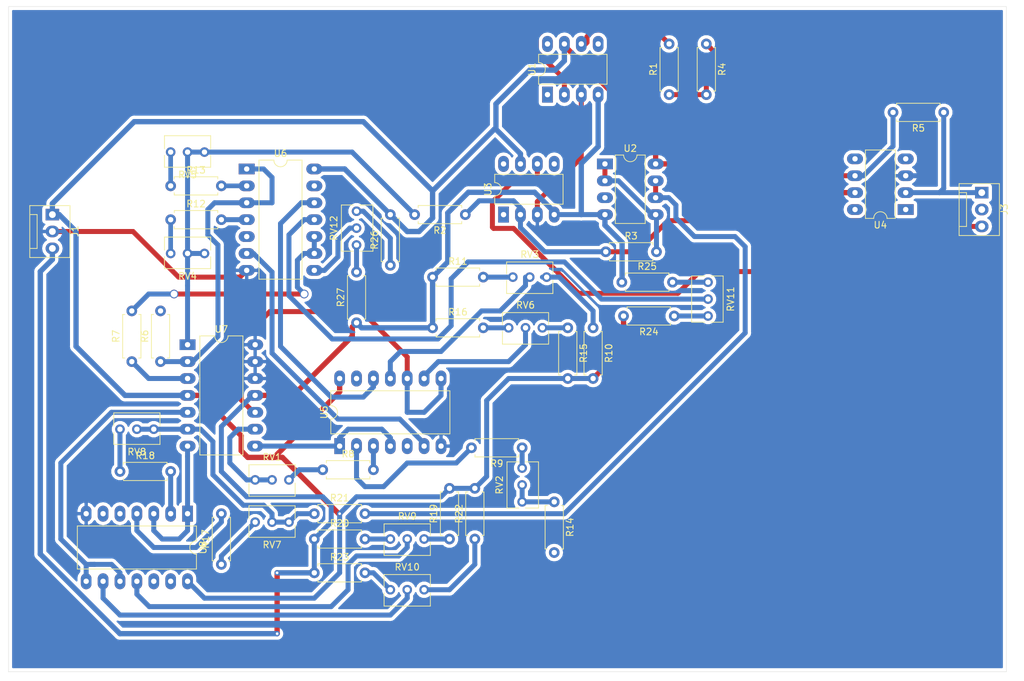
<source format=kicad_pcb>
(kicad_pcb (version 20171130) (host pcbnew "(5.0.2)-1")
  (layers (0 F.Cu signal) (31 B.Cu signal) (34 B.Paste user) (35 F.Paste user) (36 B.SilkS user) (37 F.SilkS user) (38 B.Mask user) (39 F.Mask user) (44 Edge.Cuts user))
  (net 0 "")
  (net 1 +5V)
  (net 2 -5V)
  (net 3 "Net-(J3-Pad3)")
  (net 4 "Net-(J3-Pad2)")
  (net 5 "Net-(J3-Pad1)")
  (net 6 "Net-(R1-Pad1)")
  (net 7 "Net-(R2-Pad1)")
  (net 8 "Net-(R3-Pad2)")
  (net 9 "Net-(R4-Pad1)")
  (net 10 "Net-(R6-Pad1)")
  (net 11 "Net-(R7-Pad1)")
  (net 12 "Net-(R8-Pad1)")
  (net 13 "Net-(R8-Pad2)")
  (net 14 "Net-(R9-Pad2)")
  (net 15 "Net-(R9-Pad1)")
  (net 16 "Net-(R10-Pad1)")
  (net 17 "Net-(R11-Pad2)")
  (net 18 "Net-(R12-Pad1)")
  (net 19 "Net-(R12-Pad2)")
  (net 20 "Net-(R13-Pad2)")
  (net 21 "Net-(R13-Pad1)")
  (net 22 "Net-(R14-Pad1)")
  (net 23 "Net-(R15-Pad1)")
  (net 24 "Net-(R16-Pad2)")
  (net 25 "Net-(R17-Pad2)")
  (net 26 "Net-(R17-Pad1)")
  (net 27 "Net-(R18-Pad1)")
  (net 28 "Net-(R18-Pad2)")
  (net 29 "Net-(R19-Pad1)")
  (net 30 "Net-(R20-Pad2)")
  (net 31 "Net-(R21-Pad1)")
  (net 32 "Net-(R22-Pad1)")
  (net 33 "Net-(R23-Pad2)")
  (net 34 "Net-(RV3-Pad2)")
  (net 35 "Net-(RV6-Pad2)")
  (net 36 "Net-(RV9-Pad2)")
  (net 37 "Net-(RV10-Pad2)")
  (net 38 /salida_dac/VIN)
  (net 39 /salida_dac/I_IN)
  (net 40 /salida_dac/V_IN)
  (net 41 /salida_dac/I_ADC)
  (net 42 /salida_dac/V_ADC)
  (net 43 GND)
  (net 44 "Net-(U5-Pad10)")
  (net 45 "Net-(U7-Pad5)")
  (net 46 "Net-(R7-Pad2)")
  (net 47 "Net-(R24-Pad1)")
  (net 48 "Net-(R25-Pad2)")
  (net 49 "Net-(R26-Pad1)")
  (net 50 "Net-(R27-Pad2)")
  (net 51 "Net-(RV11-Pad2)")
  (net 52 "Net-(RV12-Pad2)")
  (net 53 /salida_dac/OFF_I_2)
  (net 54 /salida_dac/OFF_I_1)
  (module Connector:FanPinHeader_1x03_P2.54mm_Vertical (layer F.Cu) (at 656.59 33.782 270)
    (fp_text reference J1 (at 2.5 -3.4 270) (layer F.SilkS))
    (fp_text value Conn_01x03_Female)
    (pad 1 thru_hole rect (at 0 0) (size 2.03 1.73) (drill 1.02) (layers *.Cu *.Mask) (net 1 +5V))
    (pad 2 thru_hole oval (at 2.54 0) (size 2.03 1.73) (drill 1.02) (layers *.Cu *.Mask) (net 43 GND))
    (pad 3 thru_hole oval (at 5.08 0) (size 2.03 1.73) (drill 1.02) (layers *.Cu *.Mask) (net 2 -5V))
  )
  (module Resistor_THT:R_Axial_DIN0207_L6.3mm_D2.5mm_P7.62mm_Horizontal (layer F.Cu) (at 672.846 55.88 90)
    (fp_text reference R6 (at 3.81 -2.37 90) (layer F.SilkS))
    (fp_text value R)
    (pad 2 thru_hole oval (at 7.62 0 90) (size 1.6 1.6) (drill 0.8) (layers *.Cu *.Mask))
    (pad 1 thru_hole circle (at 0 0 90) (size 1.6 1.6) (drill 0.8) (layers *.Cu *.Mask) (net 10 "Net-(R6-Pad1)"))
  )
  (module Resistor_THT:R_Axial_DIN0207_L6.3mm_D2.5mm_P7.62mm_Horizontal (layer F.Cu) (at 668.528 55.88 90)
    (fp_text reference R7 (at 3.81 -2.37 90) (layer F.SilkS))
    (fp_text value R)
    (pad 2 thru_hole oval (at 7.62 0 90) (size 1.6 1.6) (drill 0.8) (layers *.Cu *.Mask) (net 46 "Net-(R7-Pad2)"))
    (pad 1 thru_hole circle (at 0 0 90) (size 1.6 1.6) (drill 0.8) (layers *.Cu *.Mask) (net 11 "Net-(R7-Pad1)"))
  )
  (module Resistor_THT:R_Axial_DIN0207_L6.3mm_D2.5mm_P7.62mm_Horizontal (layer F.Cu) (at 727.202 68.834 180)
    (fp_text reference R9 (at 3.81 -2.37 180) (layer F.SilkS))
    (fp_text value R)
    (pad 2 thru_hole oval (at 7.62 0 180) (size 1.6 1.6) (drill 0.8) (layers *.Cu *.Mask) (net 14 "Net-(R9-Pad2)"))
    (pad 1 thru_hole circle (at 0 0 180) (size 1.6 1.6) (drill 0.8) (layers *.Cu *.Mask) (net 15 "Net-(R9-Pad1)"))
  )
  (module Resistor_THT:R_Axial_DIN0207_L6.3mm_D2.5mm_P7.62mm_Horizontal (layer F.Cu) (at 737.87 50.8 270)
    (fp_text reference R10 (at 3.81 -2.37 270) (layer F.SilkS))
    (fp_text value R)
    (pad 2 thru_hole oval (at 7.62 0 270) (size 1.6 1.6) (drill 0.8) (layers *.Cu *.Mask) (net 1 +5V))
    (pad 1 thru_hole circle (at 0 0 270) (size 1.6 1.6) (drill 0.8) (layers *.Cu *.Mask) (net 16 "Net-(R10-Pad1)"))
  )
  (module Resistor_THT:R_Axial_DIN0207_L6.3mm_D2.5mm_P7.62mm_Horizontal (layer F.Cu) (at 674.37 29.464)
    (fp_text reference R13 (at 3.81 -2.37) (layer F.SilkS))
    (fp_text value R)
    (pad 2 thru_hole oval (at 7.62 0) (size 1.6 1.6) (drill 0.8) (layers *.Cu *.Mask) (net 20 "Net-(R13-Pad2)"))
    (pad 1 thru_hole circle (at 0 0) (size 1.6 1.6) (drill 0.8) (layers *.Cu *.Mask) (net 21 "Net-(R13-Pad1)"))
  )
  (module Resistor_THT:R_Axial_DIN0207_L6.3mm_D2.5mm_P7.62mm_Horizontal (layer F.Cu) (at 674.37 34.544)
    (fp_text reference R12 (at 3.81 -2.37) (layer F.SilkS))
    (fp_text value R)
    (pad 1 thru_hole circle (at 0 0) (size 1.6 1.6) (drill 0.8) (layers *.Cu *.Mask) (net 18 "Net-(R12-Pad1)"))
    (pad 2 thru_hole oval (at 7.62 0) (size 1.6 1.6) (drill 0.8) (layers *.Cu *.Mask) (net 19 "Net-(R12-Pad2)"))
  )
  (module Resistor_THT:R_Axial_DIN0207_L6.3mm_D2.5mm_P7.62mm_Horizontal (layer F.Cu) (at 732.028 76.962 270)
    (fp_text reference R14 (at 3.81 -2.37 270) (layer F.SilkS))
    (fp_text value R)
    (pad 1 thru_hole circle (at 0 0 270) (size 1.6 1.6) (drill 0.8) (layers *.Cu *.Mask) (net 22 "Net-(R14-Pad1)"))
    (pad 2 thru_hole oval (at 7.62 0 270) (size 1.6 1.6) (drill 0.8) (layers *.Cu *.Mask) (net 39 /salida_dac/I_IN))
  )
  (module Resistor_THT:R_Axial_DIN0207_L6.3mm_D2.5mm_P7.62mm_Horizontal (layer F.Cu) (at 734.06 50.8 270)
    (fp_text reference R15 (at 3.81 -2.37 270) (layer F.SilkS))
    (fp_text value R)
    (pad 2 thru_hole oval (at 7.62 0 270) (size 1.6 1.6) (drill 0.8) (layers *.Cu *.Mask) (net 1 +5V))
    (pad 1 thru_hole circle (at 0 0 270) (size 1.6 1.6) (drill 0.8) (layers *.Cu *.Mask) (net 23 "Net-(R15-Pad1)"))
  )
  (module Resistor_THT:R_Axial_DIN0207_L6.3mm_D2.5mm_P7.62mm_Horizontal (layer F.Cu) (at 713.74 50.8)
    (fp_text reference R16 (at 3.81 -2.37) (layer F.SilkS))
    (fp_text value R)
    (pad 1 thru_hole circle (at 0 0) (size 1.6 1.6) (drill 0.8) (layers *.Cu *.Mask) (net 2 -5V))
    (pad 2 thru_hole oval (at 7.62 0) (size 1.6 1.6) (drill 0.8) (layers *.Cu *.Mask) (net 24 "Net-(R16-Pad2)"))
  )
  (module Resistor_THT:R_Axial_DIN0207_L6.3mm_D2.5mm_P7.62mm_Horizontal (layer F.Cu) (at 681.99 86.36 90)
    (fp_text reference R17 (at 3.81 -2.37 90) (layer F.SilkS))
    (fp_text value R)
    (pad 1 thru_hole circle (at 0 0 90) (size 1.6 1.6) (drill 0.8) (layers *.Cu *.Mask) (net 26 "Net-(R17-Pad1)"))
    (pad 2 thru_hole oval (at 7.62 0 90) (size 1.6 1.6) (drill 0.8) (layers *.Cu *.Mask) (net 25 "Net-(R17-Pad2)"))
  )
  (module Resistor_THT:R_Axial_DIN0207_L6.3mm_D2.5mm_P7.62mm_Horizontal (layer F.Cu) (at 666.75 72.39)
    (fp_text reference R18 (at 3.81 -2.37) (layer F.SilkS))
    (fp_text value R)
    (pad 2 thru_hole oval (at 7.62 0) (size 1.6 1.6) (drill 0.8) (layers *.Cu *.Mask) (net 28 "Net-(R18-Pad2)"))
    (pad 1 thru_hole circle (at 0 0) (size 1.6 1.6) (drill 0.8) (layers *.Cu *.Mask) (net 27 "Net-(R18-Pad1)"))
  )
  (module Resistor_THT:R_Axial_DIN0207_L6.3mm_D2.5mm_P7.62mm_Horizontal (layer F.Cu) (at 716.28 82.55 90)
    (fp_text reference R19 (at 3.81 -2.37 90) (layer F.SilkS))
    (fp_text value R)
    (pad 2 thru_hole oval (at 7.62 0 90) (size 1.6 1.6) (drill 0.8) (layers *.Cu *.Mask) (net 1 +5V))
    (pad 1 thru_hole circle (at 0 0 90) (size 1.6 1.6) (drill 0.8) (layers *.Cu *.Mask) (net 29 "Net-(R19-Pad1)"))
  )
  (module Resistor_THT:R_Axial_DIN0207_L6.3mm_D2.5mm_P7.62mm_Horizontal (layer F.Cu) (at 695.96 78.74)
    (fp_text reference R21 (at 3.81 -2.37) (layer F.SilkS))
    (fp_text value R)
    (pad 1 thru_hole circle (at 0 0) (size 1.6 1.6) (drill 0.8) (layers *.Cu *.Mask) (net 31 "Net-(R21-Pad1)"))
    (pad 2 thru_hole oval (at 7.62 0) (size 1.6 1.6) (drill 0.8) (layers *.Cu *.Mask) (net 40 /salida_dac/V_IN))
  )
  (module Resistor_THT:R_Axial_DIN0207_L6.3mm_D2.5mm_P7.62mm_Horizontal (layer F.Cu) (at 697.23 72.136)
    (fp_text reference R8 (at 3.81 -2.37) (layer F.SilkS))
    (fp_text value R)
    (pad 1 thru_hole circle (at 0 0) (size 1.6 1.6) (drill 0.8) (layers *.Cu *.Mask) (net 12 "Net-(R8-Pad1)"))
    (pad 2 thru_hole oval (at 7.62 0) (size 1.6 1.6) (drill 0.8) (layers *.Cu *.Mask) (net 13 "Net-(R8-Pad2)"))
  )
  (module Resistor_THT:R_Axial_DIN0207_L6.3mm_D2.5mm_P7.62mm_Horizontal (layer F.Cu) (at 720.09 82.55 90)
    (fp_text reference R22 (at 3.81 -2.37 90) (layer F.SilkS))
    (fp_text value R)
    (pad 2 thru_hole oval (at 7.62 0 90) (size 1.6 1.6) (drill 0.8) (layers *.Cu *.Mask) (net 1 +5V))
    (pad 1 thru_hole circle (at 0 0 90) (size 1.6 1.6) (drill 0.8) (layers *.Cu *.Mask) (net 32 "Net-(R22-Pad1)"))
  )
  (module Resistor_THT:R_Axial_DIN0207_L6.3mm_D2.5mm_P7.62mm_Horizontal (layer F.Cu) (at 695.96 87.63)
    (fp_text reference R23 (at 3.81 -2.37) (layer F.SilkS))
    (fp_text value R)
    (pad 1 thru_hole circle (at 0 0) (size 1.6 1.6) (drill 0.8) (layers *.Cu *.Mask) (net 2 -5V))
    (pad 2 thru_hole oval (at 7.62 0) (size 1.6 1.6) (drill 0.8) (layers *.Cu *.Mask) (net 33 "Net-(R23-Pad2)"))
  )
  (module Potentiometer_THT:Potentiometer_Bourns_3266Y_Vertical (layer F.Cu) (at 692.15 73.66)
    (fp_text reference RV1 (at -2.54 -3.41) (layer F.SilkS))
    (fp_text value R_POT)
    (pad 1 thru_hole circle (at 0 0) (size 1.44 1.44) (drill 0.8) (layers *.Cu *.Mask) (net 12 "Net-(R8-Pad1)"))
    (pad 2 thru_hole circle (at -2.54 0) (size 1.44 1.44) (drill 0.8) (layers *.Cu *.Mask) (net 22 "Net-(R14-Pad1)"))
    (pad 3 thru_hole circle (at -5.08 0) (size 1.44 1.44) (drill 0.8) (layers *.Cu *.Mask) (net 22 "Net-(R14-Pad1)"))
  )
  (module Resistor_THT:R_Axial_DIN0207_L6.3mm_D2.5mm_P7.62mm_Horizontal (layer F.Cu) (at 713.74 43.18)
    (fp_text reference R11 (at 3.81 -2.37) (layer F.SilkS))
    (fp_text value R)
    (pad 1 thru_hole circle (at 0 0) (size 1.6 1.6) (drill 0.8) (layers *.Cu *.Mask) (net 2 -5V))
    (pad 2 thru_hole oval (at 7.62 0) (size 1.6 1.6) (drill 0.8) (layers *.Cu *.Mask) (net 17 "Net-(R11-Pad2)"))
  )
  (module Resistor_THT:R_Axial_DIN0207_L6.3mm_D2.5mm_P7.62mm_Horizontal (layer F.Cu) (at 695.96 82.55)
    (fp_text reference R20 (at 3.81 -2.37) (layer F.SilkS))
    (fp_text value R)
    (pad 1 thru_hole circle (at 0 0) (size 1.6 1.6) (drill 0.8) (layers *.Cu *.Mask) (net 2 -5V))
    (pad 2 thru_hole oval (at 7.62 0) (size 1.6 1.6) (drill 0.8) (layers *.Cu *.Mask) (net 30 "Net-(R20-Pad2)"))
  )
  (module Potentiometer_THT:Potentiometer_Bourns_3266Y_Vertical (layer F.Cu) (at 727.202 71.882 90)
    (fp_text reference RV2 (at -2.54 -3.41 90) (layer F.SilkS))
    (fp_text value R_POT)
    (pad 3 thru_hole circle (at -5.08 0 90) (size 1.44 1.44) (drill 0.8) (layers *.Cu *.Mask) (net 22 "Net-(R14-Pad1)"))
    (pad 2 thru_hole circle (at -2.54 0 90) (size 1.44 1.44) (drill 0.8) (layers *.Cu *.Mask) (net 22 "Net-(R14-Pad1)"))
    (pad 1 thru_hole circle (at 0 0 90) (size 1.44 1.44) (drill 0.8) (layers *.Cu *.Mask) (net 15 "Net-(R9-Pad1)"))
  )
  (module Potentiometer_THT:Potentiometer_Bourns_3266Y_Vertical (layer F.Cu) (at 674.37 39.624 180)
    (fp_text reference RV4 (at -2.54 -3.41 180) (layer F.SilkS))
    (fp_text value R_POT)
    (pad 3 thru_hole circle (at -5.08 0 180) (size 1.44 1.44) (drill 0.8) (layers *.Cu *.Mask) (net 38 /salida_dac/VIN))
    (pad 2 thru_hole circle (at -2.54 0 180) (size 1.44 1.44) (drill 0.8) (layers *.Cu *.Mask) (net 38 /salida_dac/VIN))
    (pad 1 thru_hole circle (at 0 0 180) (size 1.44 1.44) (drill 0.8) (layers *.Cu *.Mask) (net 18 "Net-(R12-Pad1)"))
  )
  (module Potentiometer_THT:Potentiometer_Bourns_3266Y_Vertical (layer F.Cu) (at 666.75 66.04 180)
    (fp_text reference RV8 (at -2.54 -3.41 180) (layer F.SilkS))
    (fp_text value R_POT)
    (pad 3 thru_hole circle (at -5.08 0 180) (size 1.44 1.44) (drill 0.8) (layers *.Cu *.Mask) (net 31 "Net-(R21-Pad1)"))
    (pad 2 thru_hole circle (at -2.54 0 180) (size 1.44 1.44) (drill 0.8) (layers *.Cu *.Mask) (net 31 "Net-(R21-Pad1)"))
    (pad 1 thru_hole circle (at 0 0 180) (size 1.44 1.44) (drill 0.8) (layers *.Cu *.Mask) (net 27 "Net-(R18-Pad1)"))
  )
  (module Potentiometer_THT:Potentiometer_Bourns_3266Y_Vertical (layer F.Cu) (at 687.07 80.01 180)
    (fp_text reference RV7 (at -2.54 -3.41 180) (layer F.SilkS))
    (fp_text value R_POT)
    (pad 1 thru_hole circle (at 0 0 180) (size 1.44 1.44) (drill 0.8) (layers *.Cu *.Mask) (net 26 "Net-(R17-Pad1)"))
    (pad 2 thru_hole circle (at -2.54 0 180) (size 1.44 1.44) (drill 0.8) (layers *.Cu *.Mask) (net 31 "Net-(R21-Pad1)"))
    (pad 3 thru_hole circle (at -5.08 0 180) (size 1.44 1.44) (drill 0.8) (layers *.Cu *.Mask) (net 31 "Net-(R21-Pad1)"))
  )
  (module Potentiometer_THT:Potentiometer_Bourns_3266Y_Vertical (layer F.Cu) (at 712.47 82.55)
    (fp_text reference RV9 (at -2.54 -3.41) (layer F.SilkS))
    (fp_text value R_POT)
    (pad 3 thru_hole circle (at -5.08 0) (size 1.44 1.44) (drill 0.8) (layers *.Cu *.Mask) (net 30 "Net-(R20-Pad2)"))
    (pad 2 thru_hole circle (at -2.54 0) (size 1.44 1.44) (drill 0.8) (layers *.Cu *.Mask) (net 36 "Net-(RV9-Pad2)"))
    (pad 1 thru_hole circle (at 0 0) (size 1.44 1.44) (drill 0.8) (layers *.Cu *.Mask) (net 29 "Net-(R19-Pad1)"))
  )
  (module Potentiometer_THT:Potentiometer_Bourns_3266Y_Vertical (layer F.Cu) (at 712.47 90.17)
    (fp_text reference RV10 (at -2.54 -3.41) (layer F.SilkS))
    (fp_text value R_POT)
    (pad 1 thru_hole circle (at 0 0) (size 1.44 1.44) (drill 0.8) (layers *.Cu *.Mask) (net 32 "Net-(R22-Pad1)"))
    (pad 2 thru_hole circle (at -2.54 0) (size 1.44 1.44) (drill 0.8) (layers *.Cu *.Mask) (net 37 "Net-(RV10-Pad2)"))
    (pad 3 thru_hole circle (at -5.08 0) (size 1.44 1.44) (drill 0.8) (layers *.Cu *.Mask) (net 33 "Net-(R23-Pad2)"))
  )
  (module Potentiometer_THT:Potentiometer_Bourns_3266Y_Vertical (layer F.Cu) (at 730.885 43.18)
    (fp_text reference RV3 (at -2.54 -3.41) (layer F.SilkS))
    (fp_text value R_POT)
    (pad 1 thru_hole circle (at 0 0) (size 1.44 1.44) (drill 0.8) (layers *.Cu *.Mask) (net 16 "Net-(R10-Pad1)"))
    (pad 2 thru_hole circle (at -2.54 0) (size 1.44 1.44) (drill 0.8) (layers *.Cu *.Mask) (net 34 "Net-(RV3-Pad2)"))
    (pad 3 thru_hole circle (at -5.08 0) (size 1.44 1.44) (drill 0.8) (layers *.Cu *.Mask) (net 17 "Net-(R11-Pad2)"))
  )
  (module Potentiometer_THT:Potentiometer_Bourns_3266Y_Vertical (layer F.Cu) (at 674.37 24.384 180)
    (fp_text reference RV5 (at -2.54 -3.41 180) (layer F.SilkS))
    (fp_text value R_POT)
    (pad 1 thru_hole circle (at 0 0 180) (size 1.44 1.44) (drill 0.8) (layers *.Cu *.Mask) (net 21 "Net-(R13-Pad1)"))
    (pad 2 thru_hole circle (at -2.54 0 180) (size 1.44 1.44) (drill 0.8) (layers *.Cu *.Mask) (net 38 /salida_dac/VIN))
    (pad 3 thru_hole circle (at -5.08 0 180) (size 1.44 1.44) (drill 0.8) (layers *.Cu *.Mask) (net 38 /salida_dac/VIN))
  )
  (module Potentiometer_THT:Potentiometer_Bourns_3266Y_Vertical (layer F.Cu) (at 730.25 50.8)
    (fp_text reference RV6 (at -2.54 -3.41) (layer F.SilkS))
    (fp_text value R_POT)
    (pad 3 thru_hole circle (at -5.08 0) (size 1.44 1.44) (drill 0.8) (layers *.Cu *.Mask) (net 24 "Net-(R16-Pad2)"))
    (pad 2 thru_hole circle (at -2.54 0) (size 1.44 1.44) (drill 0.8) (layers *.Cu *.Mask) (net 35 "Net-(RV6-Pad2)"))
    (pad 1 thru_hole circle (at 0 0) (size 1.44 1.44) (drill 0.8) (layers *.Cu *.Mask) (net 23 "Net-(R15-Pad1)"))
  )
  (module Resistor_THT:R_Axial_DIN0207_L6.3mm_D2.5mm_P7.62mm_Horizontal (layer F.Cu) (at 790.575 18.415 180)
    (fp_text reference R5 (at 3.81 -2.37) (layer F.SilkS))
    (fp_text value R)
    (pad 2 thru_hole oval (at 7.62 0 180) (size 1.6 1.6) (drill 0.8) (layers *.Cu *.Mask) (net 9 "Net-(R4-Pad1)"))
    (pad 1 thru_hole circle (at 0 0 180) (size 1.6 1.6) (drill 0.8) (layers *.Cu *.Mask) (net 5 "Net-(J3-Pad1)"))
  )
  (module Package_DIP:DIP-8_W7.62mm_LongPads (layer F.Cu) (at 731.012 15.748 90)
    (fp_text reference U1 (at 3.81 -2.33 90) (layer F.SilkS))
    (fp_text value OP77)
    (pad 1 thru_hole rect (at 0 0 90) (size 2.4 1.6) (drill 0.8) (layers *.Cu *.Mask))
    (pad 5 thru_hole oval (at 7.62 7.62 90) (size 2.4 1.6) (drill 0.8) (layers *.Cu *.Mask))
    (pad 2 thru_hole oval (at 0 2.54 90) (size 2.4 1.6) (drill 0.8) (layers *.Cu *.Mask) (net 6 "Net-(R1-Pad1)"))
    (pad 6 thru_hole oval (at 7.62 5.08 90) (size 2.4 1.6) (drill 0.8) (layers *.Cu *.Mask) (net 39 /salida_dac/I_IN))
    (pad 3 thru_hole oval (at 0 5.08 90) (size 2.4 1.6) (drill 0.8) (layers *.Cu *.Mask) (net 43 GND))
    (pad 7 thru_hole oval (at 7.62 2.54 90) (size 2.4 1.6) (drill 0.8) (layers *.Cu *.Mask) (net 1 +5V))
    (pad 4 thru_hole oval (at 0 7.62 90) (size 2.4 1.6) (drill 0.8) (layers *.Cu *.Mask) (net 2 -5V))
    (pad 8 thru_hole oval (at 7.62 0 90) (size 2.4 1.6) (drill 0.8) (layers *.Cu *.Mask))
  )
  (module Resistor_THT:R_Axial_DIN0207_L6.3mm_D2.5mm_P7.62mm_Horizontal (layer F.Cu) (at 739.775 39.37)
    (fp_text reference R3 (at 3.81 -2.37) (layer F.SilkS))
    (fp_text value 100k)
    (pad 1 thru_hole circle (at 0 0) (size 1.6 1.6) (drill 0.8) (layers *.Cu *.Mask) (net 7 "Net-(R2-Pad1)"))
    (pad 2 thru_hole oval (at 7.62 0) (size 1.6 1.6) (drill 0.8) (layers *.Cu *.Mask) (net 8 "Net-(R3-Pad2)"))
  )
  (module Resistor_THT:R_Axial_DIN0207_L6.3mm_D2.5mm_P7.62mm_Horizontal (layer F.Cu) (at 718.66 33.782 180)
    (fp_text reference R2 (at 3.81 -2.37 180) (layer F.SilkS))
    (fp_text value 100k)
    (pad 1 thru_hole circle (at 0 0 180) (size 1.6 1.6) (drill 0.8) (layers *.Cu *.Mask) (net 7 "Net-(R2-Pad1)"))
    (pad 2 thru_hole oval (at 7.62 0 180) (size 1.6 1.6) (drill 0.8) (layers *.Cu *.Mask) (net 38 /salida_dac/VIN))
  )
  (module Connector:FanPinHeader_1x03_P2.54mm_Vertical (layer F.Cu) (at 796.29 30.48 270)
    (fp_text reference J3 (at 2.5 -3.4 90) (layer F.SilkS))
    (fp_text value Conn_01x03_Male)
    (pad 3 thru_hole oval (at 5.08 0) (size 2.03 1.73) (drill 1.02) (layers *.Cu *.Mask) (net 3 "Net-(J3-Pad3)"))
    (pad 2 thru_hole oval (at 2.54 0) (size 2.03 1.73) (drill 1.02) (layers *.Cu *.Mask) (net 4 "Net-(J3-Pad2)"))
    (pad 1 thru_hole rect (at 0 0) (size 2.03 1.73) (drill 1.02) (layers *.Cu *.Mask) (net 5 "Net-(J3-Pad1)"))
  )
  (module Resistor_THT:R_Axial_DIN0207_L6.3mm_D2.5mm_P7.62mm_Horizontal (layer F.Cu) (at 749.3 15.748 90)
    (fp_text reference R1 (at 3.81 -2.37 90) (layer F.SilkS))
    (fp_text value R)
    (pad 1 thru_hole circle (at 0 0 90) (size 1.6 1.6) (drill 0.8) (layers *.Cu *.Mask) (net 6 "Net-(R1-Pad1)"))
    (pad 2 thru_hole oval (at 7.62 0 90) (size 1.6 1.6) (drill 0.8) (layers *.Cu *.Mask) (net 39 /salida_dac/I_IN))
  )
  (module Resistor_THT:R_Axial_DIN0207_L6.3mm_D2.5mm_P7.62mm_Horizontal (layer F.Cu) (at 754.888 8.128 270)
    (fp_text reference R4 (at 3.81 -2.37 90) (layer F.SilkS))
    (fp_text value R)
    (pad 2 thru_hole oval (at 7.62 0 270) (size 1.6 1.6) (drill 0.8) (layers *.Cu *.Mask) (net 6 "Net-(R1-Pad1)"))
    (pad 1 thru_hole circle (at 0 0 270) (size 1.6 1.6) (drill 0.8) (layers *.Cu *.Mask) (net 9 "Net-(R4-Pad1)"))
  )
  (module Package_DIP:DIP-8_W7.62mm_LongPads (layer F.Cu) (at 724.408 33.782 90)
    (fp_text reference U3 (at 3.81 -2.33 90) (layer F.SilkS))
    (fp_text value OP77)
    (pad 8 thru_hole oval (at 7.62 0 90) (size 2.4 1.6) (drill 0.8) (layers *.Cu *.Mask))
    (pad 4 thru_hole oval (at 0 7.62 90) (size 2.4 1.6) (drill 0.8) (layers *.Cu *.Mask) (net 2 -5V))
    (pad 7 thru_hole oval (at 7.62 2.54 90) (size 2.4 1.6) (drill 0.8) (layers *.Cu *.Mask) (net 1 +5V))
    (pad 3 thru_hole oval (at 0 5.08 90) (size 2.4 1.6) (drill 0.8) (layers *.Cu *.Mask) (net 43 GND))
    (pad 6 thru_hole oval (at 7.62 5.08 90) (size 2.4 1.6) (drill 0.8) (layers *.Cu *.Mask) (net 3 "Net-(J3-Pad3)"))
    (pad 2 thru_hole oval (at 0 2.54 90) (size 2.4 1.6) (drill 0.8) (layers *.Cu *.Mask) (net 7 "Net-(R2-Pad1)"))
    (pad 5 thru_hole oval (at 7.62 7.62 90) (size 2.4 1.6) (drill 0.8) (layers *.Cu *.Mask))
    (pad 1 thru_hole rect (at 0 0 90) (size 2.4 1.6) (drill 0.8) (layers *.Cu *.Mask))
  )
  (module Package_DIP:DIP-8_W7.62mm_LongPads (layer F.Cu) (at 784.86 33.02 180)
    (fp_text reference U4 (at 3.81 -2.33) (layer F.SilkS))
    (fp_text value OP77)
    (pad 8 thru_hole oval (at 7.62 0 180) (size 2.4 1.6) (drill 0.8) (layers *.Cu *.Mask))
    (pad 4 thru_hole oval (at 0 7.62 180) (size 2.4 1.6) (drill 0.8) (layers *.Cu *.Mask) (net 2 -5V))
    (pad 7 thru_hole oval (at 7.62 2.54 180) (size 2.4 1.6) (drill 0.8) (layers *.Cu *.Mask) (net 1 +5V))
    (pad 3 thru_hole oval (at 0 5.08 180) (size 2.4 1.6) (drill 0.8) (layers *.Cu *.Mask) (net 43 GND))
    (pad 6 thru_hole oval (at 7.62 5.08 180) (size 2.4 1.6) (drill 0.8) (layers *.Cu *.Mask) (net 9 "Net-(R4-Pad1)"))
    (pad 2 thru_hole oval (at 0 2.54 180) (size 2.4 1.6) (drill 0.8) (layers *.Cu *.Mask) (net 5 "Net-(J3-Pad1)"))
    (pad 5 thru_hole oval (at 7.62 7.62 180) (size 2.4 1.6) (drill 0.8) (layers *.Cu *.Mask))
    (pad 1 thru_hole rect (at 0 0 180) (size 2.4 1.6) (drill 0.8) (layers *.Cu *.Mask))
  )
  (module Package_DIP:DIP-8_W7.62mm_LongPads (layer F.Cu) (at 739.648 26.162)
    (fp_text reference U2 (at 3.81 -2.33) (layer F.SilkS))
    (fp_text value TL082)
    (pad 8 thru_hole oval (at 7.62 0) (size 2.4 1.6) (drill 0.8) (layers *.Cu *.Mask) (net 1 +5V))
    (pad 4 thru_hole oval (at 0 7.62) (size 2.4 1.6) (drill 0.8) (layers *.Cu *.Mask) (net 2 -5V))
    (pad 7 thru_hole oval (at 7.62 2.54) (size 2.4 1.6) (drill 0.8) (layers *.Cu *.Mask) (net 40 /salida_dac/V_IN))
    (pad 3 thru_hole oval (at 0 5.08) (size 2.4 1.6) (drill 0.8) (layers *.Cu *.Mask) (net 4 "Net-(J3-Pad2)"))
    (pad 6 thru_hole oval (at 7.62 5.08) (size 2.4 1.6) (drill 0.8) (layers *.Cu *.Mask) (net 40 /salida_dac/V_IN))
    (pad 2 thru_hole oval (at 0 2.54) (size 2.4 1.6) (drill 0.8) (layers *.Cu *.Mask) (net 8 "Net-(R3-Pad2)"))
    (pad 5 thru_hole oval (at 7.62 7.62) (size 2.4 1.6) (drill 0.8) (layers *.Cu *.Mask) (net 8 "Net-(R3-Pad2)"))
    (pad 1 thru_hole rect (at 0 0) (size 2.4 1.6) (drill 0.8) (layers *.Cu *.Mask) (net 8 "Net-(R3-Pad2)"))
  )
  (module Package_DIP:DIP-14_W10.16mm_LongPads (layer F.Cu) (at 676.91 53.34)
    (fp_text reference U7 (at 5.08 -2.33) (layer F.SilkS))
    (fp_text value TL064)
    (pad 1 thru_hole rect (at 0 0) (size 2.4 1.6) (drill 0.8) (layers *.Cu *.Mask) (net 38 /salida_dac/VIN))
    (pad 8 thru_hole oval (at 10.16 15.24) (size 2.4 1.6) (drill 0.8) (layers *.Cu *.Mask) (net 41 /salida_dac/I_ADC))
    (pad 2 thru_hole oval (at 0 2.54) (size 2.4 1.6) (drill 0.8) (layers *.Cu *.Mask) (net 10 "Net-(R6-Pad1)"))
    (pad 9 thru_hole oval (at 10.16 12.7) (size 2.4 1.6) (drill 0.8) (layers *.Cu *.Mask) (net 22 "Net-(R14-Pad1)"))
    (pad 3 thru_hole oval (at 0 5.08) (size 2.4 1.6) (drill 0.8) (layers *.Cu *.Mask) (net 11 "Net-(R7-Pad1)"))
    (pad 10 thru_hole oval (at 10.16 10.16) (size 2.4 1.6) (drill 0.8) (layers *.Cu *.Mask) (net 44 "Net-(U5-Pad10)"))
    (pad 4 thru_hole oval (at 0 7.62) (size 2.4 1.6) (drill 0.8) (layers *.Cu *.Mask) (net 1 +5V))
    (pad 11 thru_hole oval (at 10.16 7.62) (size 2.4 1.6) (drill 0.8) (layers *.Cu *.Mask) (net 2 -5V))
    (pad 5 thru_hole oval (at 0 10.16) (size 2.4 1.6) (drill 0.8) (layers *.Cu *.Mask) (net 45 "Net-(U7-Pad5)"))
    (pad 12 thru_hole oval (at 10.16 5.08) (size 2.4 1.6) (drill 0.8) (layers *.Cu *.Mask) (net 43 GND))
    (pad 6 thru_hole oval (at 0 12.7) (size 2.4 1.6) (drill 0.8) (layers *.Cu *.Mask) (net 31 "Net-(R21-Pad1)"))
    (pad 13 thru_hole oval (at 10.16 2.54) (size 2.4 1.6) (drill 0.8) (layers *.Cu *.Mask) (net 43 GND))
    (pad 7 thru_hole oval (at 0 15.24) (size 2.4 1.6) (drill 0.8) (layers *.Cu *.Mask) (net 42 /salida_dac/V_ADC))
    (pad 14 thru_hole oval (at 10.16 0) (size 2.4 1.6) (drill 0.8) (layers *.Cu *.Mask) (net 43 GND))
  )
  (module Package_DIP:DIP-14_W10.16mm_LongPads (layer F.Cu) (at 699.77 68.58 90)
    (fp_text reference U5 (at 5.08 -2.33 90) (layer F.SilkS))
    (fp_text value 4016)
    (pad 1 thru_hole rect (at 0 0 90) (size 2.4 1.6) (drill 0.8) (layers *.Cu *.Mask) (net 41 /salida_dac/I_ADC))
    (pad 8 thru_hole oval (at 10.16 15.24 90) (size 2.4 1.6) (drill 0.8) (layers *.Cu *.Mask) (net 44 "Net-(U5-Pad10)"))
    (pad 2 thru_hole oval (at 0 2.54 90) (size 2.4 1.6) (drill 0.8) (layers *.Cu *.Mask) (net 14 "Net-(R9-Pad2)"))
    (pad 9 thru_hole oval (at 10.16 12.7 90) (size 2.4 1.6) (drill 0.8) (layers *.Cu *.Mask) (net 35 "Net-(RV6-Pad2)"))
    (pad 3 thru_hole oval (at 0 5.08 90) (size 2.4 1.6) (drill 0.8) (layers *.Cu *.Mask) (net 13 "Net-(R8-Pad2)"))
    (pad 10 thru_hole oval (at 10.16 10.16 90) (size 2.4 1.6) (drill 0.8) (layers *.Cu *.Mask) (net 44 "Net-(U5-Pad10)"))
    (pad 4 thru_hole oval (at 0 7.62 90) (size 2.4 1.6) (drill 0.8) (layers *.Cu *.Mask) (net 41 /salida_dac/I_ADC))
    (pad 11 thru_hole oval (at 10.16 7.62 90) (size 2.4 1.6) (drill 0.8) (layers *.Cu *.Mask) (net 34 "Net-(RV3-Pad2)"))
    (pad 5 thru_hole oval (at 0 10.16 90) (size 2.4 1.6) (drill 0.8) (layers *.Cu *.Mask))
    (pad 12 thru_hole oval (at 10.16 5.08 90) (size 2.4 1.6) (drill 0.8) (layers *.Cu *.Mask) (net 53 /salida_dac/OFF_I_2))
    (pad 6 thru_hole oval (at 0 12.7 90) (size 2.4 1.6) (drill 0.8) (layers *.Cu *.Mask) (net 54 /salida_dac/OFF_I_1))
    (pad 13 thru_hole oval (at 10.16 2.54 90) (size 2.4 1.6) (drill 0.8) (layers *.Cu *.Mask))
    (pad 7 thru_hole oval (at 0 15.24 90) (size 2.4 1.6) (drill 0.8) (layers *.Cu *.Mask) (net 43 GND))
    (pad 14 thru_hole oval (at 10.16 0 90) (size 2.4 1.6) (drill 0.8) (layers *.Cu *.Mask) (net 1 +5V))
  )
  (module Package_DIP:DIP-14_W10.16mm_LongPads (layer F.Cu) (at 685.8 26.924)
    (fp_text reference U6 (at 5.08 -2.33) (layer F.SilkS))
    (fp_text value 4016)
    (pad 14 thru_hole oval (at 10.16 0) (size 2.4 1.6) (drill 0.8) (layers *.Cu *.Mask) (net 1 +5V))
    (pad 7 thru_hole oval (at 0 15.24) (size 2.4 1.6) (drill 0.8) (layers *.Cu *.Mask) (net 43 GND))
    (pad 13 thru_hole oval (at 10.16 2.54) (size 2.4 1.6) (drill 0.8) (layers *.Cu *.Mask))
    (pad 6 thru_hole oval (at 0 12.7) (size 2.4 1.6) (drill 0.8) (layers *.Cu *.Mask) (net 54 /salida_dac/OFF_I_1))
    (pad 12 thru_hole oval (at 10.16 5.08) (size 2.4 1.6) (drill 0.8) (layers *.Cu *.Mask) (net 53 /salida_dac/OFF_I_2))
    (pad 5 thru_hole oval (at 0 10.16) (size 2.4 1.6) (drill 0.8) (layers *.Cu *.Mask))
    (pad 11 thru_hole oval (at 10.16 7.62) (size 2.4 1.6) (drill 0.8) (layers *.Cu *.Mask) (net 51 "Net-(RV11-Pad2)"))
    (pad 4 thru_hole oval (at 0 7.62) (size 2.4 1.6) (drill 0.8) (layers *.Cu *.Mask) (net 19 "Net-(R12-Pad2)"))
    (pad 10 thru_hole oval (at 10.16 10.16) (size 2.4 1.6) (drill 0.8) (layers *.Cu *.Mask) (net 46 "Net-(R7-Pad2)"))
    (pad 3 thru_hole oval (at 0 5.08) (size 2.4 1.6) (drill 0.8) (layers *.Cu *.Mask) (net 10 "Net-(R6-Pad1)"))
    (pad 9 thru_hole oval (at 10.16 12.7) (size 2.4 1.6) (drill 0.8) (layers *.Cu *.Mask) (net 46 "Net-(R7-Pad2)"))
    (pad 2 thru_hole oval (at 0 2.54) (size 2.4 1.6) (drill 0.8) (layers *.Cu *.Mask) (net 20 "Net-(R13-Pad2)"))
    (pad 8 thru_hole oval (at 10.16 15.24) (size 2.4 1.6) (drill 0.8) (layers *.Cu *.Mask) (net 52 "Net-(RV12-Pad2)"))
    (pad 1 thru_hole rect (at 0 0) (size 2.4 1.6) (drill 0.8) (layers *.Cu *.Mask) (net 10 "Net-(R6-Pad1)"))
  )
  (module Package_DIP:DIP-14_W10.16mm_LongPads (layer F.Cu) (at 676.91 78.74 270)
    (fp_text reference U8 (at 5.08 -2.33 270) (layer F.SilkS))
    (fp_text value 4016)
    (pad 1 thru_hole rect (at 0 0 270) (size 2.4 1.6) (drill 0.8) (layers *.Cu *.Mask) (net 42 /salida_dac/V_ADC))
    (pad 8 thru_hole oval (at 10.16 15.24 270) (size 2.4 1.6) (drill 0.8) (layers *.Cu *.Mask) (net 45 "Net-(U7-Pad5)"))
    (pad 2 thru_hole oval (at 0 2.54 270) (size 2.4 1.6) (drill 0.8) (layers *.Cu *.Mask) (net 28 "Net-(R18-Pad2)"))
    (pad 9 thru_hole oval (at 10.16 12.7 270) (size 2.4 1.6) (drill 0.8) (layers *.Cu *.Mask) (net 37 "Net-(RV10-Pad2)"))
    (pad 3 thru_hole oval (at 0 5.08 270) (size 2.4 1.6) (drill 0.8) (layers *.Cu *.Mask) (net 42 /salida_dac/V_ADC))
    (pad 10 thru_hole oval (at 10.16 10.16 270) (size 2.4 1.6) (drill 0.8) (layers *.Cu *.Mask) (net 45 "Net-(U7-Pad5)"))
    (pad 4 thru_hole oval (at 0 7.62 270) (size 2.4 1.6) (drill 0.8) (layers *.Cu *.Mask) (net 25 "Net-(R17-Pad2)"))
    (pad 11 thru_hole oval (at 10.16 7.62 270) (size 2.4 1.6) (drill 0.8) (layers *.Cu *.Mask) (net 36 "Net-(RV9-Pad2)"))
    (pad 5 thru_hole oval (at 0 10.16 270) (size 2.4 1.6) (drill 0.8) (layers *.Cu *.Mask))
    (pad 12 thru_hole oval (at 10.16 5.08 270) (size 2.4 1.6) (drill 0.8) (layers *.Cu *.Mask))
    (pad 6 thru_hole oval (at 0 12.7 270) (size 2.4 1.6) (drill 0.8) (layers *.Cu *.Mask))
    (pad 13 thru_hole oval (at 10.16 2.54 270) (size 2.4 1.6) (drill 0.8) (layers *.Cu *.Mask))
    (pad 7 thru_hole oval (at 0 15.24 270) (size 2.4 1.6) (drill 0.8) (layers *.Cu *.Mask) (net 43 GND))
    (pad 14 thru_hole oval (at 10.16 0 270) (size 2.4 1.6) (drill 0.8) (layers *.Cu *.Mask) (net 1 +5V))
  )
  (module Resistor_THT:R_Axial_DIN0207_L6.3mm_D2.5mm_P7.62mm_Horizontal (layer F.Cu) (at 750.062 49.022 180)
    (fp_text reference R24 (at 3.81 -2.37 180) (layer F.SilkS))
    (fp_text value R)
    (pad 1 thru_hole circle (at 0 0 180) (size 1.6 1.6) (drill 0.8) (layers *.Cu *.Mask) (net 47 "Net-(R24-Pad1)"))
    (pad 2 thru_hole oval (at 7.62 0 180) (size 1.6 1.6) (drill 0.8) (layers *.Cu *.Mask) (net 1 +5V))
  )
  (module Resistor_THT:R_Axial_DIN0207_L6.3mm_D2.5mm_P7.62mm_Horizontal (layer F.Cu) (at 742.188 43.942)
    (fp_text reference R25 (at 3.81 -2.37) (layer F.SilkS))
    (fp_text value R)
    (pad 2 thru_hole oval (at 7.62 0) (size 1.6 1.6) (drill 0.8) (layers *.Cu *.Mask) (net 48 "Net-(R25-Pad2)"))
    (pad 1 thru_hole circle (at 0 0) (size 1.6 1.6) (drill 0.8) (layers *.Cu *.Mask) (net 2 -5V))
  )
  (module Resistor_THT:R_Axial_DIN0207_L6.3mm_D2.5mm_P7.62mm_Horizontal (layer F.Cu) (at 707.39 41.402 90)
    (fp_text reference R26 (at 3.81 -2.37 90) (layer F.SilkS))
    (fp_text value R)
    (pad 1 thru_hole circle (at 0 0 90) (size 1.6 1.6) (drill 0.8) (layers *.Cu *.Mask) (net 49 "Net-(R26-Pad1)"))
    (pad 2 thru_hole oval (at 7.62 0 90) (size 1.6 1.6) (drill 0.8) (layers *.Cu *.Mask) (net 1 +5V))
  )
  (module Resistor_THT:R_Axial_DIN0207_L6.3mm_D2.5mm_P7.62mm_Horizontal (layer F.Cu) (at 702.31 50.038 90)
    (fp_text reference R27 (at 3.81 -2.37 90) (layer F.SilkS))
    (fp_text value R)
    (pad 2 thru_hole oval (at 7.62 0 90) (size 1.6 1.6) (drill 0.8) (layers *.Cu *.Mask) (net 50 "Net-(R27-Pad2)"))
    (pad 1 thru_hole circle (at 0 0 90) (size 1.6 1.6) (drill 0.8) (layers *.Cu *.Mask) (net 2 -5V))
  )
  (module Potentiometer_THT:Potentiometer_Bourns_3266Y_Vertical (layer F.Cu) (at 755.142 49.022 270)
    (fp_text reference RV11 (at -2.54 -3.41 270) (layer F.SilkS))
    (fp_text value R_POT)
    (pad 3 thru_hole circle (at -5.08 0 270) (size 1.44 1.44) (drill 0.8) (layers *.Cu *.Mask) (net 48 "Net-(R25-Pad2)"))
    (pad 2 thru_hole circle (at -2.54 0 270) (size 1.44 1.44) (drill 0.8) (layers *.Cu *.Mask) (net 51 "Net-(RV11-Pad2)"))
    (pad 1 thru_hole circle (at 0 0 270) (size 1.44 1.44) (drill 0.8) (layers *.Cu *.Mask) (net 47 "Net-(R24-Pad1)"))
  )
  (module Potentiometer_THT:Potentiometer_Bourns_3266Y_Vertical (layer F.Cu) (at 702.31 33.274 90)
    (fp_text reference RV12 (at -2.54 -3.41 90) (layer F.SilkS))
    (fp_text value R_POT)
    (pad 1 thru_hole circle (at 0 0 90) (size 1.44 1.44) (drill 0.8) (layers *.Cu *.Mask) (net 49 "Net-(R26-Pad1)"))
    (pad 2 thru_hole circle (at -2.54 0 90) (size 1.44 1.44) (drill 0.8) (layers *.Cu *.Mask) (net 52 "Net-(RV12-Pad2)"))
    (pad 3 thru_hole circle (at -5.08 0 90) (size 1.44 1.44) (drill 0.8) (layers *.Cu *.Mask) (net 50 "Net-(R27-Pad2)"))
  )
  (gr_line (start 800 102.5) (end 800 2.54) (layer Edge.Cuts) (width 0.05))
  (gr_line (start 800 102.5) (end 650 102.5) (layer Edge.Cuts) (width 0.05))
  (gr_line (start 650 2.54) (end 650 102.54) (layer Edge.Cuts) (width 0.05))
  (gr_line (start 650 2.5) (end 800 2.5) (layer Edge.Cuts) (width 0.05))
  (segment (start 737.87 58.42) (end 734.06 58.42) (width 0.75) (layer B.Cu) (net 1))
  (segment (start 720.09 74.93) (end 716.28 74.93) (width 0.75) (layer B.Cu) (net 1))
  (segment (start 715.01 76.2) (end 716.28 74.93) (width 0.75) (layer B.Cu) (net 1))
  (segment (start 695.96 91.44) (end 699.77 87.63) (width 0.75) (layer B.Cu) (net 1))
  (segment (start 699.77 87.63) (end 699.77 78.74) (width 0.75) (layer B.Cu) (net 1))
  (segment (start 676.91 88.9) (end 679.45 91.44) (width 0.75) (layer B.Cu) (net 1))
  (segment (start 699.77 78.74) (end 702.31 76.2) (width 0.75) (layer B.Cu) (net 1))
  (segment (start 679.45 91.44) (end 695.96 91.44) (width 0.75) (layer B.Cu) (net 1))
  (segment (start 702.31 76.2) (end 715.01 76.2) (width 0.75) (layer B.Cu) (net 1))
  (segment (start 726.948 24.638) (end 726.948 26.162) (width 0.8) (layer B.Cu) (net 1))
  (segment (start 723.265 20.955) (end 726.948 24.638) (width 0.8) (layer B.Cu) (net 1))
  (segment (start 733.552 8.128) (end 733.552 10.668) (width 0.8) (layer B.Cu) (net 1))
  (segment (start 733.552 10.668) (end 732.155 12.065) (width 0.8) (layer B.Cu) (net 1))
  (segment (start 732.155 12.065) (end 728.345 12.065) (width 0.8) (layer B.Cu) (net 1))
  (segment (start 728.345 12.065) (end 723.265 17.145) (width 0.8) (layer B.Cu) (net 1))
  (segment (start 723.265 17.145) (end 723.265 20.955) (width 0.8) (layer B.Cu) (net 1))
  (segment (start 700.532 26.924) (end 695.96 26.924) (width 0.8) (layer B.Cu) (net 1))
  (segment (start 707.39 33.782) (end 700.532 26.924) (width 0.8) (layer B.Cu) (net 1))
  (segment (start 721.868 73.152) (end 720.09 74.93) (width 0.75) (layer B.Cu) (net 1))
  (segment (start 721.868 61.722) (end 721.868 73.152) (width 0.75) (layer B.Cu) (net 1))
  (segment (start 734.06 58.42) (end 725.17 58.42) (width 0.75) (layer B.Cu) (net 1))
  (segment (start 725.17 58.42) (end 721.868 61.722) (width 0.75) (layer B.Cu) (net 1))
  (segment (start 699.77 58.42) (end 699.77 58.166) (width 0.75) (layer B.Cu) (net 1))
  (segment (start 711.708 36.322) (end 709.93 36.322) (width 0.8) (layer B.Cu) (net 1))
  (segment (start 708.189999 34.581999) (end 707.39 33.782) (width 0.8) (layer B.Cu) (net 1))
  (segment (start 656.59 32.117) (end 668.895 19.812) (width 0.8) (layer B.Cu) (net 1))
  (segment (start 656.59 33.782) (end 656.59 32.117) (width 0.8) (layer B.Cu) (net 1))
  (segment (start 668.895 19.812) (end 703.326 19.812) (width 0.8) (layer B.Cu) (net 1))
  (segment (start 709.93 36.322) (end 708.189999 34.581999) (width 0.8) (layer B.Cu) (net 1))
  (segment (start 703.326 19.812) (end 713.74 30.226) (width 0.8) (layer B.Cu) (net 1))
  (segment (start 713.74 30.226) (end 713.74 34.29) (width 0.8) (layer B.Cu) (net 1))
  (segment (start 713.74 34.29) (end 711.708 36.322) (width 0.8) (layer B.Cu) (net 1))
  (segment (start 723.011 20.955) (end 713.74 30.226) (width 0.8) (layer B.Cu) (net 1))
  (segment (start 723.265 20.955) (end 723.011 20.955) (width 0.8) (layer B.Cu) (net 1))
  (segment (start 657.606 33.782) (end 656.59 33.782) (width 0.8) (layer B.Cu) (net 1))
  (segment (start 660.146 36.322) (end 657.606 33.782) (width 0.8) (layer B.Cu) (net 1))
  (segment (start 660.146 53.594) (end 660.146 36.322) (width 0.8) (layer B.Cu) (net 1))
  (segment (start 676.91 60.96) (end 667.512 60.96) (width 0.8) (layer B.Cu) (net 1))
  (segment (start 667.512 60.96) (end 660.146 53.594) (width 0.8) (layer B.Cu) (net 1))
  (segment (start 742.442 53.848) (end 737.87 58.42) (width 0.8) (layer F.Cu) (net 1))
  (segment (start 742.442 49.022) (end 742.442 53.848) (width 0.8) (layer F.Cu) (net 1))
  (segment (start 689.90999 70.28001) (end 699.77 60.42) (width 0.8) (layer F.Cu) (net 1))
  (segment (start 684.96999 69.284167) (end 685.965833 70.28001) (width 0.8) (layer F.Cu) (net 1))
  (segment (start 684.96999 67.01999) (end 684.96999 69.284167) (width 0.8) (layer F.Cu) (net 1))
  (segment (start 678.91 60.96) (end 684.96999 67.01999) (width 0.8) (layer F.Cu) (net 1))
  (segment (start 699.77 60.42) (end 699.77 58.42) (width 0.8) (layer F.Cu) (net 1))
  (segment (start 676.91 60.96) (end 678.91 60.96) (width 0.8) (layer F.Cu) (net 1))
  (segment (start 733.552 8.392177) (end 733.552 8.128) (width 0.8) (layer F.Cu) (net 1))
  (segment (start 735.387833 10.22801) (end 733.552 8.392177) (width 0.8) (layer F.Cu) (net 1))
  (segment (start 735.491923 10.22801) (end 735.387833 10.22801) (width 0.8) (layer F.Cu) (net 1))
  (segment (start 747.268 22.004087) (end 735.491923 10.22801) (width 0.8) (layer F.Cu) (net 1))
  (segment (start 747.268 26.162) (end 747.268 22.004087) (width 0.8) (layer F.Cu) (net 1))
  (segment (start 775.436864 30.48) (end 777.24 30.48) (width 0.8) (layer F.Cu) (net 1))
  (segment (start 771.118864 26.162) (end 775.436864 30.48) (width 0.8) (layer F.Cu) (net 1))
  (segment (start 747.268 26.162) (end 771.118864 26.162) (width 0.8) (layer F.Cu) (net 1))
  (segment (start 691.167612 70.28001) (end 699.627602 78.74) (width 0.8) (layer F.Cu) (net 1))
  (segment (start 689.17999 70.28001) (end 691.167612 70.28001) (width 0.8) (layer F.Cu) (net 1))
  (segment (start 685.965833 70.28001) (end 689.17999 70.28001) (width 0.8) (layer F.Cu) (net 1))
  (segment (start 689.17999 70.28001) (end 689.90999 70.28001) (width 0.8) (layer F.Cu) (net 1))
  (segment (start 699.77 78.74) (end 699.77 78.74) (width 0.8) (layer F.Cu) (net 1))
  (segment (start 699.77 78.74) (end 699.627602 78.74) (width 0.8) (layer F.Cu) (net 1))
  (via (at 699.77 78.74) (size 0.8) (drill 0.4) (layers F.Cu B.Cu) (net 1))
  (segment (start 681.99 65.64) (end 686.67 60.96) (width 0.75) (layer B.Cu) (net 2))
  (segment (start 686.67 60.96) (end 687.07 60.96) (width 0.75) (layer B.Cu) (net 2))
  (segment (start 698.5 80.01) (end 698.5 77.47) (width 0.75) (layer B.Cu) (net 2))
  (segment (start 695.96 82.55) (end 698.5 80.01) (width 0.75) (layer B.Cu) (net 2))
  (segment (start 698.5 77.47) (end 697.23 76.2) (width 0.75) (layer B.Cu) (net 2))
  (segment (start 697.23 76.2) (end 685.8 76.2) (width 0.75) (layer B.Cu) (net 2))
  (segment (start 685.8 76.2) (end 681.99 72.39) (width 0.75) (layer B.Cu) (net 2))
  (segment (start 681.99 72.39) (end 681.99 65.64) (width 0.75) (layer B.Cu) (net 2))
  (segment (start 695.96 87.63) (end 695.96 82.55) (width 0.75) (layer B.Cu) (net 2))
  (segment (start 713.74 50.8) (end 713.74 43.815) (width 0.8) (layer B.Cu) (net 2))
  (segment (start 736.092 26.097998) (end 736.092 33.782) (width 0.8) (layer B.Cu) (net 2))
  (segment (start 738.632 23.557998) (end 736.092 26.097998) (width 0.8) (layer B.Cu) (net 2))
  (segment (start 738.632 15.748) (end 738.632 23.557998) (width 0.8) (layer B.Cu) (net 2))
  (segment (start 736.092 33.782) (end 732.028 33.782) (width 0.75) (layer B.Cu) (net 2))
  (segment (start 739.648 33.782) (end 736.092 33.782) (width 0.75) (layer B.Cu) (net 2))
  (via (at 690.372 87.63) (size 0.8) (drill 0.4) (layers F.Cu B.Cu) (net 2))
  (segment (start 695.96 87.63) (end 690.372 87.63) (width 0.8) (layer B.Cu) (net 2))
  (via (at 690.372 96.774) (size 0.8) (drill 0.4) (layers F.Cu B.Cu) (net 2))
  (segment (start 690.372 87.63) (end 690.372 96.774) (width 0.8) (layer F.Cu) (net 2))
  (segment (start 656.59 40.527) (end 656.59 38.862) (width 0.8) (layer B.Cu) (net 2))
  (segment (start 654.775 42.342) (end 656.59 40.527) (width 0.8) (layer B.Cu) (net 2))
  (segment (start 654.775 84.809177) (end 654.775 42.342) (width 0.8) (layer B.Cu) (net 2))
  (segment (start 666.739823 96.774) (end 654.775 84.809177) (width 0.8) (layer B.Cu) (net 2))
  (segment (start 690.372 96.774) (end 666.739823 96.774) (width 0.8) (layer B.Cu) (net 2))
  (segment (start 713.74 50.8) (end 703.072 50.8) (width 0.8) (layer B.Cu) (net 2))
  (segment (start 703.072 50.8) (end 702.31 50.038) (width 0.8) (layer B.Cu) (net 2))
  (segment (start 742.225999 37.959999) (end 742.225999 44.158001) (width 0.8) (layer B.Cu) (net 2))
  (segment (start 739.648 35.382) (end 742.225999 37.959999) (width 0.8) (layer B.Cu) (net 2))
  (segment (start 739.648 33.782) (end 739.648 35.382) (width 0.8) (layer B.Cu) (net 2))
  (segment (start 716.026 40.894) (end 713.74 43.18) (width 0.8) (layer B.Cu) (net 2))
  (segment (start 716.026 33.528) (end 716.026 40.894) (width 0.8) (layer B.Cu) (net 2))
  (segment (start 719.122011 30.431989) (end 716.026 33.528) (width 0.8) (layer B.Cu) (net 2))
  (segment (start 729.077989 30.431989) (end 719.122011 30.431989) (width 0.8) (layer B.Cu) (net 2))
  (segment (start 732.028 33.782) (end 732.028 33.382) (width 0.8) (layer B.Cu) (net 2))
  (segment (start 732.028 33.382) (end 729.077989 30.431989) (width 0.8) (layer B.Cu) (net 2))
  (segment (start 701.675 50.673) (end 702.31 50.038) (width 0.8) (layer F.Cu) (net 2))
  (segment (start 701.675 52.07) (end 701.675 50.673) (width 0.8) (layer F.Cu) (net 2))
  (segment (start 692.785 60.96) (end 701.675 52.07) (width 0.8) (layer F.Cu) (net 2))
  (segment (start 687.07 60.96) (end 692.785 60.96) (width 0.8) (layer F.Cu) (net 2))
  (segment (start 729.488 28.112) (end 729.488 26.162) (width 0.75) (layer F.Cu) (net 3))
  (segment (start 729.36299 28.23701) (end 729.488 28.112) (width 0.75) (layer F.Cu) (net 3))
  (segment (start 722.732999 31.881999) (end 726.377988 28.23701) (width 0.75) (layer F.Cu) (net 3))
  (segment (start 722.732999 35.682001) (end 722.732999 31.881999) (width 0.75) (layer F.Cu) (net 3))
  (segment (start 722.907999 35.857001) (end 722.732999 35.682001) (width 0.75) (layer F.Cu) (net 3))
  (segment (start 725.922603 35.857001) (end 722.907999 35.857001) (width 0.75) (layer F.Cu) (net 3))
  (segment (start 735.682603 45.617001) (end 725.922603 35.857001) (width 0.75) (layer F.Cu) (net 3))
  (segment (start 726.377988 28.23701) (end 729.36299 28.23701) (width 0.75) (layer F.Cu) (net 3))
  (segment (start 753.882003 42.346999) (end 750.612001 45.617001) (width 0.75) (layer F.Cu) (net 3))
  (segment (start 750.612001 45.617001) (end 735.682603 45.617001) (width 0.75) (layer F.Cu) (net 3))
  (segment (start 787.738001 42.346999) (end 753.882003 42.346999) (width 0.75) (layer F.Cu) (net 3))
  (segment (start 794.525 35.56) (end 787.738001 42.346999) (width 0.75) (layer F.Cu) (net 3))
  (segment (start 796.29 35.56) (end 794.525 35.56) (width 0.75) (layer F.Cu) (net 3))
  (segment (start 739.648 31.242) (end 739.775 31.115) (width 0.75) (layer F.Cu) (net 4))
  (segment (start 789.94 30.48) (end 785.495 30.48) (width 0.75) (layer B.Cu) (net 5))
  (segment (start 796.29 30.48) (end 789.94 30.48) (width 0.75) (layer B.Cu) (net 5))
  (segment (start 790.575 18.415) (end 790.575 29.845) (width 0.75) (layer B.Cu) (net 5))
  (segment (start 790.575 29.845) (end 789.94 30.48) (width 0.75) (layer B.Cu) (net 5))
  (segment (start 748.453982 4.80298) (end 754.888 11.236998) (width 0.75) (layer F.Cu) (net 6))
  (segment (start 731.568199 4.80298) (end 748.453982 4.80298) (width 0.75) (layer F.Cu) (net 6))
  (segment (start 729.33699 9.221811) (end 729.33699 7.034189) (width 0.75) (layer F.Cu) (net 6))
  (segment (start 754.888 11.236998) (end 754.888 15.748) (width 0.75) (layer F.Cu) (net 6))
  (segment (start 733.788169 13.67299) (end 729.33699 9.221811) (width 0.75) (layer F.Cu) (net 6))
  (segment (start 733.67701 13.67299) (end 733.788169 13.67299) (width 0.75) (layer F.Cu) (net 6))
  (segment (start 733.552 13.798) (end 733.67701 13.67299) (width 0.75) (layer F.Cu) (net 6))
  (segment (start 729.33699 7.034189) (end 731.568199 4.80298) (width 0.75) (layer F.Cu) (net 6))
  (segment (start 733.552 15.748) (end 733.552 13.798) (width 0.75) (layer F.Cu) (net 6))
  (segment (start 749.3 15.748) (end 754.888 15.748) (width 0.75) (layer F.Cu) (net 6))
  (segment (start 726.948 32.746998) (end 726.948 33.782) (width 0.75) (layer B.Cu) (net 7))
  (segment (start 725.908001 31.706999) (end 726.948 32.746998) (width 0.75) (layer B.Cu) (net 7))
  (segment (start 720.735001 31.706999) (end 725.908001 31.706999) (width 0.75) (layer B.Cu) (net 7))
  (segment (start 718.66 33.782) (end 720.735001 31.706999) (width 0.75) (layer B.Cu) (net 7))
  (segment (start 726.948 35.732) (end 726.948 33.782) (width 0.75) (layer B.Cu) (net 7))
  (segment (start 730.586 39.37) (end 726.948 35.732) (width 0.75) (layer B.Cu) (net 7))
  (segment (start 739.775 39.37) (end 730.586 39.37) (width 0.75) (layer B.Cu) (net 7))
  (segment (start 778.333811 34.69501) (end 782.78499 30.243831) (width 0.75) (layer F.Cu) (net 7))
  (segment (start 782.78499 30.243831) (end 782.78499 26.84001) (width 0.75) (layer F.Cu) (net 7))
  (segment (start 749.123811 34.69501) (end 778.333811 34.69501) (width 0.75) (layer F.Cu) (net 7))
  (segment (start 744.448821 39.37) (end 749.123811 34.69501) (width 0.75) (layer F.Cu) (net 7))
  (segment (start 739.775 39.37) (end 744.448821 39.37) (width 0.75) (layer F.Cu) (net 7))
  (segment (start 782.78499 26.84001) (end 783.158089 26.466911) (width 0.75) (layer F.Cu) (net 7))
  (segment (start 783.158089 26.466911) (end 783.15809 26.466911) (width 0.75) (layer F.Cu) (net 7))
  (segment (start 747.395 33.909) (end 747.268 33.782) (width 0.75) (layer B.Cu) (net 8))
  (segment (start 747.395 39.37) (end 747.395 33.909) (width 0.75) (layer B.Cu) (net 8))
  (segment (start 741.68 28.702) (end 739.648 28.702) (width 0.75) (layer B.Cu) (net 8))
  (segment (start 747.268 33.782) (end 746.76 33.782) (width 0.75) (layer B.Cu) (net 8))
  (segment (start 746.76 33.782) (end 741.68 28.702) (width 0.75) (layer B.Cu) (net 8))
  (segment (start 739.648 28.702) (end 739.648 26.162) (width 0.75) (layer F.Cu) (net 8))
  (segment (start 777.24 27.94) (end 778.51 27.94) (width 0.75) (layer B.Cu) (net 9))
  (segment (start 782.955 23.495) (end 782.955 18.415) (width 0.75) (layer B.Cu) (net 9))
  (segment (start 778.51 27.94) (end 782.955 23.495) (width 0.75) (layer B.Cu) (net 9))
  (segment (start 754.888 8.128) (end 755.015 8.255) (width 0.75) (layer F.Cu) (net 9))
  (segment (start 774.7 27.94) (end 754.888 8.128) (width 0.75) (layer F.Cu) (net 9))
  (segment (start 777.24 27.94) (end 774.7 27.94) (width 0.75) (layer F.Cu) (net 9))
  (segment (start 685.8 26.924) (end 688.34 26.924) (width 0.75) (layer B.Cu) (net 10))
  (segment (start 688.34 26.924) (end 689.61 28.194) (width 0.75) (layer B.Cu) (net 10))
  (segment (start 685.8 32.004) (end 689.61 32.004) (width 0.75) (layer B.Cu) (net 10))
  (segment (start 689.61 28.194) (end 689.61 32.004) (width 0.75) (layer B.Cu) (net 10))
  (segment (start 677.682219 55.88) (end 676.91 55.88) (width 0.75) (layer B.Cu) (net 10))
  (segment (start 680.974 32.004) (end 679.958 33.02) (width 0.75) (layer B.Cu) (net 10))
  (segment (start 685.8 32.004) (end 680.974 32.004) (width 0.75) (layer B.Cu) (net 10))
  (segment (start 679.958 33.02) (end 679.958 36.83) (width 0.75) (layer B.Cu) (net 10))
  (segment (start 679.958 36.83) (end 681.482 38.354) (width 0.75) (layer B.Cu) (net 10))
  (segment (start 681.482 38.354) (end 681.482 52.080219) (width 0.75) (layer B.Cu) (net 10))
  (segment (start 681.482 52.080219) (end 677.682219 55.88) (width 0.75) (layer B.Cu) (net 10))
  (segment (start 676.91 55.88) (end 672.846 55.88) (width 0.75) (layer B.Cu) (net 10))
  (segment (start 671.068 58.42) (end 668.528 55.88) (width 0.75) (layer B.Cu) (net 11))
  (segment (start 676.91 58.42) (end 671.068 58.42) (width 0.75) (layer B.Cu) (net 11))
  (segment (start 693.674 72.136) (end 692.15 73.66) (width 0.75) (layer B.Cu) (net 12))
  (segment (start 697.23 72.136) (end 693.674 72.136) (width 0.75) (layer B.Cu) (net 12))
  (segment (start 704.85 68.58) (end 704.85 72.136) (width 0.75) (layer B.Cu) (net 13))
  (segment (start 702.31 70.53) (end 702.31 68.58) (width 0.75) (layer B.Cu) (net 14))
  (segment (start 717.296 71.12) (end 709.93 71.12) (width 0.75) (layer B.Cu) (net 14))
  (segment (start 719.582 68.834) (end 717.296 71.12) (width 0.75) (layer B.Cu) (net 14))
  (segment (start 709.93 71.12) (end 706.374 74.676) (width 0.75) (layer B.Cu) (net 14))
  (segment (start 706.374 74.676) (end 703.58 74.676) (width 0.75) (layer B.Cu) (net 14))
  (segment (start 703.58 74.676) (end 702.31 73.406) (width 0.75) (layer B.Cu) (net 14))
  (segment (start 702.31 73.406) (end 702.31 70.53) (width 0.75) (layer B.Cu) (net 14))
  (segment (start 727.202 71.882) (end 727.202 68.834) (width 0.75) (layer B.Cu) (net 15))
  (segment (start 732.79 43.18) (end 730.25 43.18) (width 0.75) (layer B.Cu) (net 16))
  (segment (start 737.87 50.8) (end 737.87 48.26) (width 0.75) (layer B.Cu) (net 16))
  (segment (start 737.87 48.26) (end 732.79 43.18) (width 0.75) (layer B.Cu) (net 16))
  (segment (start 725.17 43.18) (end 721.36 43.18) (width 0.75) (layer B.Cu) (net 17))
  (segment (start 674.37 34.544) (end 674.37 39.624) (width 0.7) (layer B.Cu) (net 18))
  (segment (start 685.8 34.544) (end 681.99 34.544) (width 0.75) (layer B.Cu) (net 19))
  (segment (start 685.8 29.464) (end 681.99 29.464) (width 0.7) (layer B.Cu) (net 20))
  (segment (start 674.37 29.464) (end 674.37 24.384) (width 0.7) (layer B.Cu) (net 21))
  (segment (start 687.07 66.04) (end 684.53 66.04) (width 0.75) (layer B.Cu) (net 22))
  (segment (start 684.53 66.04) (end 683.26 67.31) (width 0.75) (layer B.Cu) (net 22))
  (segment (start 683.26 67.31) (end 683.26 71.12) (width 0.75) (layer B.Cu) (net 22))
  (segment (start 683.26 71.12) (end 685.8 73.66) (width 0.75) (layer B.Cu) (net 22))
  (segment (start 685.8 73.66) (end 687.07 73.66) (width 0.75) (layer B.Cu) (net 22))
  (segment (start 689.61 73.66) (end 687.07 73.66) (width 0.75) (layer B.Cu) (net 22))
  (segment (start 732.028 76.962) (end 727.202 76.962) (width 0.75) (layer B.Cu) (net 22))
  (segment (start 727.202 76.962) (end 727.202 74.422) (width 0.75) (layer B.Cu) (net 22))
  (segment (start 730.25 50.8) (end 734.06 50.8) (width 0.75) (layer B.Cu) (net 23))
  (segment (start 725.17 50.8) (end 721.36 50.8) (width 0.75) (layer B.Cu) (net 24))
  (segment (start 669.29 81.28) (end 669.29 78.74) (width 0.75) (layer B.Cu) (net 25))
  (segment (start 671.83 83.82) (end 669.29 81.28) (width 0.75) (layer B.Cu) (net 25))
  (segment (start 678.18 83.82) (end 671.83 83.82) (width 0.75) (layer B.Cu) (net 25))
  (segment (start 681.99 78.74) (end 681.99 80.01) (width 0.75) (layer B.Cu) (net 25))
  (segment (start 681.99 80.01) (end 678.18 83.82) (width 0.75) (layer B.Cu) (net 25))
  (segment (start 681.99 85.09) (end 681.99 86.36) (width 0.75) (layer B.Cu) (net 26))
  (segment (start 687.07 80.01) (end 681.99 85.09) (width 0.75) (layer B.Cu) (net 26))
  (segment (start 666.75 66.04) (end 666.75 72.39) (width 0.75) (layer B.Cu) (net 27))
  (segment (start 674.37 78.74) (end 674.37 72.39) (width 0.75) (layer B.Cu) (net 28))
  (segment (start 712.47 82.55) (end 716.28 82.55) (width 0.75) (layer B.Cu) (net 29))
  (segment (start 707.39 82.55) (end 703.58 82.55) (width 0.75) (layer B.Cu) (net 30))
  (segment (start 676.91 66.04) (end 671.83 66.04) (width 0.75) (layer B.Cu) (net 31))
  (segment (start 671.83 66.04) (end 669.29 66.04) (width 0.75) (layer B.Cu) (net 31))
  (segment (start 689.61 80.01) (end 692.15 80.01) (width 0.75) (layer B.Cu) (net 31))
  (segment (start 693.42 78.74) (end 692.15 80.01) (width 0.75) (layer B.Cu) (net 31))
  (segment (start 695.96 78.74) (end 693.42 78.74) (width 0.75) (layer B.Cu) (net 31))
  (segment (start 689.61 78.74) (end 689.61 80.01) (width 0.75) (layer B.Cu) (net 31))
  (segment (start 678.86 66.04) (end 680.72 67.9) (width 0.75) (layer B.Cu) (net 31))
  (segment (start 676.91 66.04) (end 678.86 66.04) (width 0.75) (layer B.Cu) (net 31))
  (segment (start 680.72 67.9) (end 680.72 72.88778) (width 0.75) (layer B.Cu) (net 31))
  (segment (start 680.72 72.88778) (end 685.30222 77.47) (width 0.75) (layer B.Cu) (net 31))
  (segment (start 685.30222 77.47) (end 688.34 77.47) (width 0.75) (layer B.Cu) (net 31))
  (segment (start 688.34 77.47) (end 689.61 78.74) (width 0.75) (layer B.Cu) (net 31))
  (segment (start 712.47 90.17) (end 716.28 90.17) (width 0.75) (layer B.Cu) (net 32))
  (segment (start 720.09 82.55) (end 720.09 86.36) (width 0.75) (layer B.Cu) (net 32))
  (segment (start 720.09 86.36) (end 716.28 90.17) (width 0.75) (layer B.Cu) (net 32))
  (segment (start 704.85 87.63) (end 707.39 90.17) (width 0.75) (layer B.Cu) (net 33))
  (segment (start 703.58 87.63) (end 704.85 87.63) (width 0.75) (layer B.Cu) (net 33))
  (segment (start 707.39 55.88) (end 707.39 58.42) (width 0.75) (layer B.Cu) (net 34))
  (segment (start 727.71 43.18) (end 727.71 44.45) (width 0.75) (layer B.Cu) (net 34))
  (segment (start 723.9 48.26) (end 721.106 48.26) (width 0.75) (layer B.Cu) (net 34))
  (segment (start 727.71 44.45) (end 723.9 48.26) (width 0.75) (layer B.Cu) (net 34))
  (segment (start 721.106 48.26) (end 715.01 54.356) (width 0.75) (layer B.Cu) (net 34))
  (segment (start 715.01 54.356) (end 708.914 54.356) (width 0.75) (layer B.Cu) (net 34))
  (segment (start 708.914 54.356) (end 707.39 55.88) (width 0.75) (layer B.Cu) (net 34))
  (segment (start 712.47 58.02) (end 712.47 58.42) (width 0.75) (layer B.Cu) (net 35))
  (segment (start 714.61 55.88) (end 712.47 58.02) (width 0.75) (layer B.Cu) (net 35))
  (segment (start 725.17 55.88) (end 714.61 55.88) (width 0.75) (layer B.Cu) (net 35))
  (segment (start 727.71 50.8) (end 727.71 53.34) (width 0.75) (layer B.Cu) (net 35))
  (segment (start 727.71 53.34) (end 725.17 55.88) (width 0.75) (layer B.Cu) (net 35))
  (segment (start 701.04 86.36) (end 702.31 85.09) (width 0.75) (layer B.Cu) (net 36))
  (segment (start 701.04 90.17) (end 701.04 86.36) (width 0.75) (layer B.Cu) (net 36))
  (segment (start 698.5 92.71) (end 701.04 90.17) (width 0.75) (layer B.Cu) (net 36))
  (segment (start 709.93 83.82) (end 709.93 82.55) (width 0.75) (layer B.Cu) (net 36))
  (segment (start 671.15 92.71) (end 698.5 92.71) (width 0.75) (layer B.Cu) (net 36))
  (segment (start 702.31 85.09) (end 708.66 85.09) (width 0.75) (layer B.Cu) (net 36))
  (segment (start 669.29 88.9) (end 669.29 90.85) (width 0.75) (layer B.Cu) (net 36))
  (segment (start 669.29 90.85) (end 671.15 92.71) (width 0.75) (layer B.Cu) (net 36))
  (segment (start 708.66 85.09) (end 709.93 83.82) (width 0.75) (layer B.Cu) (net 36))
  (segment (start 709.93 91.44) (end 709.93 90.17) (width 0.75) (layer B.Cu) (net 37))
  (segment (start 707.39 93.98) (end 709.93 91.44) (width 0.75) (layer B.Cu) (net 37))
  (segment (start 666.75 93.98) (end 707.39 93.98) (width 0.75) (layer B.Cu) (net 37))
  (segment (start 664.21 88.9) (end 664.21 91.44) (width 0.75) (layer B.Cu) (net 37))
  (segment (start 664.21 91.44) (end 666.75 93.98) (width 0.75) (layer B.Cu) (net 37))
  (segment (start 676.91 24.384) (end 676.91 39.624) (width 0.75) (layer B.Cu) (net 38))
  (segment (start 679.45 24.384) (end 676.91 24.384) (width 0.75) (layer B.Cu) (net 38))
  (segment (start 676.91 39.624) (end 679.45 39.624) (width 0.75) (layer B.Cu) (net 38))
  (segment (start 676.91 44.45) (end 676.91 39.624) (width 0.75) (layer B.Cu) (net 38))
  (segment (start 676.91 53.34) (end 676.91 44.45) (width 0.75) (layer B.Cu) (net 38))
  (segment (start 701.642 24.384) (end 679.45 24.384) (width 0.75) (layer B.Cu) (net 38))
  (segment (start 711.04 33.782) (end 701.642 24.384) (width 0.75) (layer B.Cu) (net 38))
  (segment (start 737.938189 6.05299) (end 747.22499 6.05299) (width 0.75) (layer F.Cu) (net 39))
  (segment (start 736.95699 7.034189) (end 737.938189 6.05299) (width 0.75) (layer F.Cu) (net 39))
  (segment (start 736.95699 7.89801) (end 736.95699 7.034189) (width 0.75) (layer F.Cu) (net 39))
  (segment (start 747.22499 6.05299) (end 749.3 8.128) (width 0.75) (layer F.Cu) (net 39))
  (segment (start 736.727 8.128) (end 736.95699 7.89801) (width 0.75) (layer F.Cu) (net 39))
  (segment (start 736.092 8.128) (end 736.727 8.128) (width 0.75) (layer F.Cu) (net 39))
  (segment (start 749.218 31.242) (end 747.268 31.242) (width 0.75) (layer B.Cu) (net 40))
  (segment (start 750.316 32.34) (end 749.218 31.242) (width 0.75) (layer B.Cu) (net 40))
  (segment (start 750.316 34.29) (end 750.316 32.34) (width 0.75) (layer B.Cu) (net 40))
  (segment (start 733.552 78.74) (end 760.73 51.562) (width 0.75) (layer B.Cu) (net 40))
  (segment (start 703.58 78.74) (end 733.552 78.74) (width 0.75) (layer B.Cu) (net 40))
  (segment (start 760.73 51.562) (end 760.73 38.608) (width 0.75) (layer B.Cu) (net 40))
  (segment (start 760.73 38.608) (end 759.206 37.084) (width 0.75) (layer B.Cu) (net 40))
  (segment (start 759.206 37.084) (end 753.11 37.084) (width 0.75) (layer B.Cu) (net 40))
  (segment (start 753.11 37.084) (end 750.316 34.29) (width 0.75) (layer B.Cu) (net 40))
  (segment (start 747.268 28.702) (end 747.268 31.242) (width 0.75) (layer F.Cu) (net 40))
  (segment (start 699.77 68.58) (end 687.07 68.58) (width 0.75) (layer B.Cu) (net 41))
  (segment (start 699.77 67.31) (end 699.77 68.58) (width 0.75) (layer B.Cu) (net 41))
  (segment (start 701.04 66.04) (end 699.77 67.31) (width 0.75) (layer B.Cu) (net 41))
  (segment (start 706.12 66.04) (end 701.04 66.04) (width 0.75) (layer B.Cu) (net 41))
  (segment (start 707.39 68.58) (end 707.39 67.31) (width 0.75) (layer B.Cu) (net 41))
  (segment (start 707.39 67.31) (end 706.12 66.04) (width 0.75) (layer B.Cu) (net 41))
  (segment (start 676.91 70.13) (end 676.91 78.74) (width 0.75) (layer B.Cu) (net 42))
  (segment (start 676.91 68.58) (end 676.91 70.13) (width 0.75) (layer B.Cu) (net 42))
  (segment (start 676.91 81.28) (end 676.91 78.74) (width 0.75) (layer B.Cu) (net 42))
  (segment (start 675.64 82.55) (end 676.91 81.28) (width 0.75) (layer B.Cu) (net 42))
  (segment (start 673.1 82.55) (end 675.64 82.55) (width 0.75) (layer B.Cu) (net 42))
  (segment (start 671.83 78.74) (end 671.83 81.28) (width 0.75) (layer B.Cu) (net 42))
  (segment (start 671.83 81.28) (end 673.1 82.55) (width 0.75) (layer B.Cu) (net 42))
  (segment (start 786.93501 7.79001) (end 784.225 5.08) (width 0.75) (layer B.Cu) (net 43))
  (segment (start 784.225 5.08) (end 746.76 5.08) (width 0.75) (layer B.Cu) (net 43))
  (segment (start 746.76 5.08) (end 740.41 11.43) (width 0.75) (layer B.Cu) (net 43))
  (segment (start 736.092 13.798) (end 736.092 15.748) (width 0.75) (layer B.Cu) (net 43))
  (segment (start 738.46 11.43) (end 736.092 13.798) (width 0.75) (layer B.Cu) (net 43))
  (segment (start 740.41 11.43) (end 738.46 11.43) (width 0.75) (layer B.Cu) (net 43))
  (segment (start 786.81 27.94) (end 786.93501 27.81499) (width 0.75) (layer B.Cu) (net 43))
  (segment (start 784.86 27.94) (end 786.81 27.94) (width 0.75) (layer B.Cu) (net 43))
  (segment (start 786.93501 27.81499) (end 786.93501 7.79001) (width 0.75) (layer B.Cu) (net 43))
  (segment (start 668.707398 36.322) (end 675.565398 43.18) (width 0.75) (layer F.Cu) (net 43))
  (segment (start 656.59 36.322) (end 668.707398 36.322) (width 0.75) (layer F.Cu) (net 43))
  (segment (start 684.784 43.18) (end 685.8 42.164) (width 0.75) (layer F.Cu) (net 43))
  (segment (start 675.565398 43.18) (end 684.784 43.18) (width 0.75) (layer F.Cu) (net 43))
  (segment (start 686.435 58.42) (end 687.07 58.42) (width 0.75) (layer F.Cu) (net 43))
  (segment (start 729.488 31.832) (end 729.488 33.782) (width 0.75) (layer F.Cu) (net 43))
  (segment (start 736.092 25.228) (end 729.488 31.832) (width 0.75) (layer F.Cu) (net 43))
  (segment (start 736.092 15.748) (end 736.092 25.228) (width 0.75) (layer F.Cu) (net 43))
  (segment (start 709.93 58.82) (end 709.93 58.42) (width 0.75) (layer B.Cu) (net 44))
  (segment (start 715.01 58.42) (end 715.01 60.96) (width 0.75) (layer B.Cu) (net 44))
  (segment (start 715.01 60.96) (end 712.47 63.5) (width 0.75) (layer B.Cu) (net 44))
  (segment (start 709.93 58.42) (end 709.93 63.5) (width 0.75) (layer B.Cu) (net 44))
  (segment (start 712.47 63.5) (end 709.93 63.5) (width 0.75) (layer B.Cu) (net 44))
  (segment (start 703.114001 48.362999) (end 709.93 55.178998) (width 0.75) (layer F.Cu) (net 44))
  (segment (start 689.27818 48.362999) (end 703.114001 48.362999) (width 0.75) (layer F.Cu) (net 44))
  (segment (start 684.99499 52.646189) (end 689.27818 48.362999) (width 0.75) (layer F.Cu) (net 44))
  (segment (start 684.99499 61.653811) (end 684.99499 52.646189) (width 0.75) (layer F.Cu) (net 44))
  (segment (start 686.841179 63.5) (end 684.99499 61.653811) (width 0.75) (layer F.Cu) (net 44))
  (segment (start 687.07 63.5) (end 686.841179 63.5) (width 0.75) (layer F.Cu) (net 44))
  (segment (start 709.93 55.178998) (end 709.93 58.42) (width 0.75) (layer F.Cu) (net 44))
  (segment (start 666.75 87.63) (end 666.75 88.9) (width 0.75) (layer B.Cu) (net 45))
  (segment (start 662.94 86.36) (end 665.48 86.36) (width 0.75) (layer B.Cu) (net 45))
  (segment (start 665.48 86.36) (end 666.75 87.63) (width 0.75) (layer B.Cu) (net 45))
  (segment (start 662.94 86.36) (end 662.26 86.36) (width 0.75) (layer B.Cu) (net 45))
  (segment (start 661.67 86.36) (end 662.94 86.36) (width 0.75) (layer B.Cu) (net 45))
  (segment (start 657.86 82.55) (end 661.67 86.36) (width 0.75) (layer B.Cu) (net 45))
  (segment (start 657.86 71.12) (end 657.86 82.55) (width 0.75) (layer B.Cu) (net 45))
  (segment (start 676.91 63.5) (end 665.48 63.5) (width 0.75) (layer B.Cu) (net 45))
  (segment (start 665.48 63.5) (end 657.86 71.12) (width 0.75) (layer B.Cu) (net 45))
  (segment (start 661.67 86.36) (end 661.67 88.9) (width 0.75) (layer B.Cu) (net 45))
  (segment (start 676.91 63.5) (end 677.545 63.5) (width 0.75) (layer F.Cu) (net 45))
  (segment (start 695.96 37.084) (end 695.96 39.624) (width 0.75) (layer B.Cu) (net 46))
  (segment (start 668.528 48.26) (end 671.068 45.72) (width 0.75) (layer B.Cu) (net 46))
  (segment (start 671.068 45.72) (end 673.862 45.72) (width 0.75) (layer B.Cu) (net 46))
  (via (at 674.878 45.72) (size 1.3) (drill 1) (layers F.Cu B.Cu) (net 46))
  (segment (start 673.862 45.72) (end 674.878 45.72) (width 0.75) (layer B.Cu) (net 46))
  (via (at 694.436 45.72) (size 1.3) (drill 1) (layers F.Cu B.Cu) (net 46))
  (segment (start 674.878 45.72) (end 694.436 45.72) (width 0.75) (layer F.Cu) (net 46))
  (segment (start 694.436 39.624) (end 695.96 39.624) (width 0.75) (layer B.Cu) (net 46))
  (segment (start 693.42 40.64) (end 694.436 39.624) (width 0.75) (layer B.Cu) (net 46))
  (segment (start 694.436 45.72) (end 693.42 44.704) (width 0.75) (layer B.Cu) (net 46))
  (segment (start 693.42 44.704) (end 693.42 40.64) (width 0.75) (layer B.Cu) (net 46))
  (segment (start 755.142 49.022) (end 750.062 49.022) (width 0.75) (layer B.Cu) (net 47))
  (segment (start 755.142 43.942) (end 749.808 43.942) (width 0.75) (layer B.Cu) (net 48))
  (segment (start 707.39 37.338) (end 707.39 41.402) (width 0.75) (layer B.Cu) (net 49))
  (segment (start 702.31 33.274) (end 703.326 33.274) (width 0.75) (layer B.Cu) (net 49))
  (segment (start 703.326 33.274) (end 707.39 37.338) (width 0.75) (layer B.Cu) (net 49))
  (segment (start 702.31 38.354) (end 702.31 42.418) (width 0.75) (layer B.Cu) (net 50))
  (segment (start 694.436 34.544) (end 695.96 34.544) (width 0.75) (layer B.Cu) (net 51))
  (segment (start 692.15 36.83) (end 694.436 34.544) (width 0.75) (layer B.Cu) (net 51))
  (segment (start 698.651001 52.475001) (end 692.15 45.974) (width 0.75) (layer B.Cu) (net 51))
  (segment (start 714.544001 52.475001) (end 698.651001 52.475001) (width 0.75) (layer B.Cu) (net 51))
  (segment (start 739.14 46.482) (end 733.552 40.894) (width 0.75) (layer B.Cu) (net 51))
  (segment (start 755.142 46.482) (end 739.14 46.482) (width 0.75) (layer B.Cu) (net 51))
  (segment (start 733.552 40.894) (end 719.074 40.894) (width 0.75) (layer B.Cu) (net 51))
  (segment (start 719.074 40.894) (end 716.534 43.434) (width 0.75) (layer B.Cu) (net 51))
  (segment (start 716.534 43.434) (end 716.534 50.485002) (width 0.75) (layer B.Cu) (net 51))
  (segment (start 692.15 45.974) (end 692.15 36.83) (width 0.75) (layer B.Cu) (net 51))
  (segment (start 716.534 50.485002) (end 714.544001 52.475001) (width 0.75) (layer B.Cu) (net 51))
  (segment (start 701.294 35.814) (end 702.31 35.814) (width 0.75) (layer B.Cu) (net 52))
  (segment (start 699.516 37.592) (end 701.294 35.814) (width 0.75) (layer B.Cu) (net 52))
  (segment (start 699.516 40.132) (end 699.516 37.592) (width 0.75) (layer B.Cu) (net 52))
  (segment (start 695.96 42.164) (end 697.484 42.164) (width 0.75) (layer B.Cu) (net 52))
  (segment (start 697.484 42.164) (end 699.516 40.132) (width 0.75) (layer B.Cu) (net 52))
  (segment (start 704.85 59.69) (end 704.85 58.42) (width 0.75) (layer B.Cu) (net 53))
  (segment (start 694.01 32.004) (end 690.88 35.134) (width 0.75) (layer B.Cu) (net 53))
  (segment (start 695.96 32.004) (end 694.01 32.004) (width 0.75) (layer B.Cu) (net 53))
  (segment (start 690.88 35.134) (end 690.88 53.594) (width 0.75) (layer B.Cu) (net 53))
  (segment (start 690.88 53.594) (end 698.5 61.214) (width 0.75) (layer B.Cu) (net 53))
  (segment (start 698.5 61.214) (end 703.326 61.214) (width 0.75) (layer B.Cu) (net 53))
  (segment (start 703.326 61.214) (end 704.85 59.69) (width 0.75) (layer B.Cu) (net 53))
  (segment (start 686.816 39.624) (end 685.8 39.624) (width 0.75) (layer B.Cu) (net 54))
  (segment (start 712.47 68.18) (end 708.806 64.516) (width 0.75) (layer B.Cu) (net 54))
  (segment (start 712.47 68.58) (end 712.47 68.18) (width 0.75) (layer B.Cu) (net 54))
  (segment (start 699.516 64.516) (end 689.61 54.61) (width 0.75) (layer B.Cu) (net 54))
  (segment (start 689.61 54.61) (end 689.61 42.418) (width 0.75) (layer B.Cu) (net 54))
  (segment (start 708.806 64.516) (end 699.516 64.516) (width 0.75) (layer B.Cu) (net 54))
  (segment (start 689.61 42.418) (end 686.816 39.624) (width 0.75) (layer B.Cu) (net 54))
  (zone (net 43) (net_name GND) (layer B.Cu) (connect_pads (clearance 0.508)) (min_thickness 0.254) (fill yes (arc_segments 16) (thermal_gap 0.508) (thermal_bridge_width 0.508))
    (polygon (pts (xy 648.97 1.778) (xy 648.716 103.378) (xy 802.386 103.886) (xy 802.64 1.524)))
  )
)
</source>
